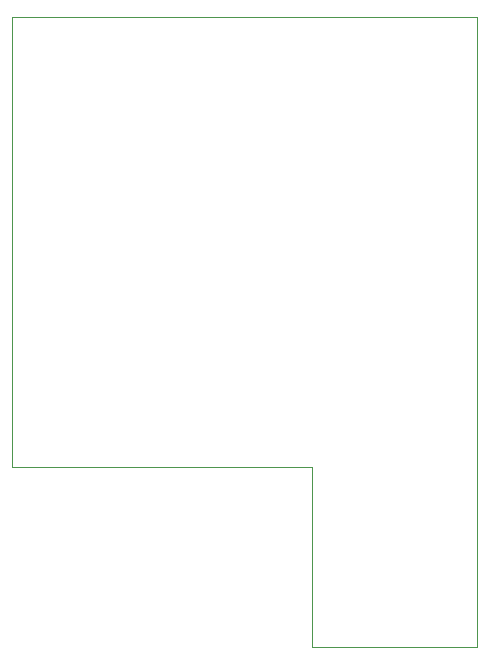
<source format=gbo>
G04 (created by PCBNEW (2013-07-07 BZR 4022)-stable) date 8/19/2015 9:17:48 PM*
%MOIN*%
G04 Gerber Fmt 3.4, Leading zero omitted, Abs format*
%FSLAX34Y34*%
G01*
G70*
G90*
G04 APERTURE LIST*
%ADD10C,0.00590551*%
%ADD11C,0.00393701*%
G04 APERTURE END LIST*
G54D10*
G54D11*
X75000Y-61000D02*
X75000Y-46000D01*
X85000Y-61000D02*
X75000Y-61000D01*
X85000Y-67000D02*
X85000Y-61000D01*
X90500Y-67000D02*
X85000Y-67000D01*
X90500Y-46000D02*
X90500Y-67000D01*
X75000Y-46000D02*
X90500Y-46000D01*
M02*

</source>
